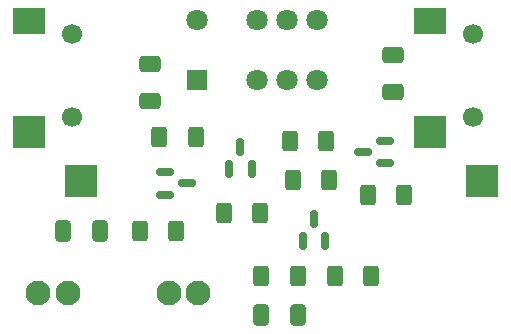
<source format=gts>
G04 #@! TF.GenerationSoftware,KiCad,Pcbnew,6.0.5-a6ca702e91~116~ubuntu20.04.1*
G04 #@! TF.CreationDate,2022-05-28T13:47:51-04:00*
G04 #@! TF.ProjectId,audiomute,61756469-6f6d-4757-9465-2e6b69636164,rev?*
G04 #@! TF.SameCoordinates,Original*
G04 #@! TF.FileFunction,Soldermask,Top*
G04 #@! TF.FilePolarity,Negative*
%FSLAX46Y46*%
G04 Gerber Fmt 4.6, Leading zero omitted, Abs format (unit mm)*
G04 Created by KiCad (PCBNEW 6.0.5-a6ca702e91~116~ubuntu20.04.1) date 2022-05-28 13:47:51*
%MOMM*%
%LPD*%
G01*
G04 APERTURE LIST*
G04 Aperture macros list*
%AMRoundRect*
0 Rectangle with rounded corners*
0 $1 Rounding radius*
0 $2 $3 $4 $5 $6 $7 $8 $9 X,Y pos of 4 corners*
0 Add a 4 corners polygon primitive as box body*
4,1,4,$2,$3,$4,$5,$6,$7,$8,$9,$2,$3,0*
0 Add four circle primitives for the rounded corners*
1,1,$1+$1,$2,$3*
1,1,$1+$1,$4,$5*
1,1,$1+$1,$6,$7*
1,1,$1+$1,$8,$9*
0 Add four rect primitives between the rounded corners*
20,1,$1+$1,$2,$3,$4,$5,0*
20,1,$1+$1,$4,$5,$6,$7,0*
20,1,$1+$1,$6,$7,$8,$9,0*
20,1,$1+$1,$8,$9,$2,$3,0*%
G04 Aperture macros list end*
%ADD10RoundRect,0.250000X-0.400000X-0.625000X0.400000X-0.625000X0.400000X0.625000X-0.400000X0.625000X0*%
%ADD11RoundRect,0.150000X0.150000X-0.587500X0.150000X0.587500X-0.150000X0.587500X-0.150000X-0.587500X0*%
%ADD12RoundRect,0.250000X0.412500X0.650000X-0.412500X0.650000X-0.412500X-0.650000X0.412500X-0.650000X0*%
%ADD13C,2.100000*%
%ADD14RoundRect,0.250000X0.650000X-0.412500X0.650000X0.412500X-0.650000X0.412500X-0.650000X-0.412500X0*%
%ADD15R,1.800000X1.800000*%
%ADD16C,1.800000*%
%ADD17RoundRect,0.250000X-0.412500X-0.650000X0.412500X-0.650000X0.412500X0.650000X-0.412500X0.650000X0*%
%ADD18C,1.700000*%
%ADD19R,2.800000X2.200000*%
%ADD20R,2.800000X2.800000*%
%ADD21RoundRect,0.150000X-0.587500X-0.150000X0.587500X-0.150000X0.587500X0.150000X-0.587500X0.150000X0*%
%ADD22RoundRect,0.150000X0.587500X0.150000X-0.587500X0.150000X-0.587500X-0.150000X0.587500X-0.150000X0*%
%ADD23RoundRect,0.250000X0.400000X0.625000X-0.400000X0.625000X-0.400000X-0.625000X0.400000X-0.625000X0*%
G04 APERTURE END LIST*
D10*
X112496000Y-99822000D03*
X115596000Y-99822000D03*
D11*
X109794000Y-96822500D03*
X111694000Y-96822500D03*
X110744000Y-94947500D03*
X103571000Y-90726500D03*
X105471000Y-90726500D03*
X104521000Y-88851500D03*
D12*
X109385500Y-103124000D03*
X106260500Y-103124000D03*
D13*
X100941000Y-101219000D03*
X98441000Y-101219000D03*
D10*
X108686000Y-88392000D03*
X111786000Y-88392000D03*
D14*
X96901000Y-85001500D03*
X96901000Y-81876500D03*
D15*
X100865000Y-83185000D03*
D16*
X105945000Y-83185000D03*
X108485000Y-83185000D03*
X111025000Y-83185000D03*
X111025000Y-78105000D03*
X108485000Y-78105000D03*
X105945000Y-78105000D03*
X100865000Y-78105000D03*
D17*
X89496500Y-96012000D03*
X92621500Y-96012000D03*
D10*
X95986000Y-96012000D03*
X99086000Y-96012000D03*
X97637000Y-88011000D03*
X100737000Y-88011000D03*
X115290000Y-92964000D03*
X118390000Y-92964000D03*
D18*
X124240000Y-86310000D03*
X124240000Y-79310000D03*
D19*
X120540000Y-78210000D03*
D20*
X120540000Y-87610000D03*
X124990000Y-91710000D03*
D10*
X103098000Y-94488000D03*
X106198000Y-94488000D03*
D21*
X98122500Y-90998000D03*
X98122500Y-92898000D03*
X99997500Y-91948000D03*
D18*
X90297000Y-79308000D03*
X90297000Y-86308000D03*
D19*
X86597000Y-78208000D03*
D20*
X86597000Y-87608000D03*
X91047000Y-91708000D03*
D10*
X106273000Y-99822000D03*
X109373000Y-99822000D03*
D22*
X116761500Y-90231000D03*
X116761500Y-88331000D03*
X114886500Y-89281000D03*
D13*
X89916000Y-101219000D03*
X87416000Y-101219000D03*
D14*
X117475000Y-84239500D03*
X117475000Y-81114500D03*
D23*
X112040000Y-91694000D03*
X108940000Y-91694000D03*
M02*

</source>
